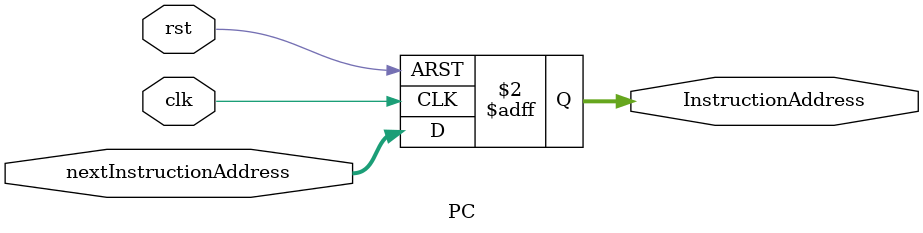
<source format=v>
`timescale 1ns / 1ps

module PC(input [31:0] nextInstructionAddress, input clk, input rst, output reg[31:0] InstructionAddress);

    always@(posedge clk or posedge rst)
    begin

        if(rst)
            InstructionAddress <= -32'd4; // Reset the program counter to -4
        else
            InstructionAddress <= nextInstructionAddress; // Update program counter to the next instruction

    end

endmodule
</source>
